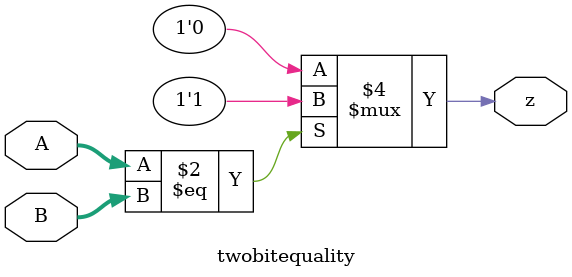
<source format=v>
module twobitequality (A, B, z );
input [1:0]A,B;
output reg z; 
    always @(*)
        if ( A==B)
            z=1;
    else z=0;
endmodule

</source>
